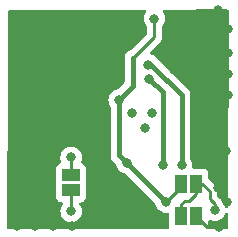
<source format=gbr>
%TF.GenerationSoftware,KiCad,Pcbnew,(6.0.10)*%
%TF.CreationDate,2024-01-30T22:58:59+11:00*%
%TF.ProjectId,DFO,44464f2e-6b69-4636-9164-5f7063625858,rev?*%
%TF.SameCoordinates,Original*%
%TF.FileFunction,Copper,L2,Bot*%
%TF.FilePolarity,Positive*%
%FSLAX46Y46*%
G04 Gerber Fmt 4.6, Leading zero omitted, Abs format (unit mm)*
G04 Created by KiCad (PCBNEW (6.0.10)) date 2024-01-30 22:58:59*
%MOMM*%
%LPD*%
G01*
G04 APERTURE LIST*
%TA.AperFunction,SMDPad,CuDef*%
%ADD10R,1.000000X1.500000*%
%TD*%
%TA.AperFunction,SMDPad,CuDef*%
%ADD11R,1.500000X1.000000*%
%TD*%
%TA.AperFunction,ViaPad*%
%ADD12C,0.800000*%
%TD*%
%TA.AperFunction,Conductor*%
%ADD13C,0.250000*%
%TD*%
%TA.AperFunction,Conductor*%
%ADD14C,0.450000*%
%TD*%
G04 APERTURE END LIST*
D10*
%TO.P,REF\u002A\u002A,1*%
%TO.N,GND*%
X108650000Y-77350000D03*
%TO.P,REF\u002A\u002A,2*%
%TO.N,CLK_OPT*%
X107350000Y-77350000D03*
%TD*%
D11*
%TO.P,REF\u002A\u002A,1*%
%TO.N,CLKOUT*%
X98044001Y-73883998D03*
%TO.P,REF\u002A\u002A,2*%
%TO.N,CLK_OUT_SI5351*%
X98044001Y-75183998D03*
%TD*%
D10*
%TO.P,REF\u002A\u002A,1*%
%TO.N,CLK_OPT*%
X108649997Y-74599996D03*
%TO.P,REF\u002A\u002A,2*%
%TO.N,+3.3V*%
X107349997Y-74599996D03*
%TD*%
D12*
%TO.N,+3.3V*%
X102120000Y-67510000D03*
X106080000Y-76170000D03*
X105100000Y-60650000D03*
X102750000Y-72840000D03*
%TO.N,GND*%
X97790000Y-69596000D03*
X104050000Y-77600000D03*
X108650000Y-71440000D03*
X104900000Y-68600000D03*
X108760000Y-62950000D03*
X102050000Y-65400000D03*
X93450000Y-78200000D03*
X99880000Y-71520000D03*
X104280000Y-69860000D03*
X96500000Y-78200000D03*
X100200000Y-60500000D03*
X111350000Y-61500000D03*
X110450000Y-59900000D03*
X111200000Y-71850000D03*
X106790000Y-64950000D03*
X100550000Y-77600000D03*
X111350000Y-65350000D03*
X111350000Y-67100000D03*
X111350000Y-63550000D03*
X98100000Y-78200000D03*
X103200000Y-68600000D03*
X95000000Y-78200000D03*
X110550000Y-78250000D03*
X98800000Y-60500000D03*
X111252000Y-76200000D03*
X102362000Y-74560000D03*
X110500000Y-74950000D03*
X97790000Y-71120000D03*
X97300000Y-60500000D03*
%TO.N,i2c-SCL*%
X107400000Y-73060000D03*
X104580000Y-64550000D03*
%TO.N,i2c-SDA*%
X104620000Y-65720000D03*
X105790000Y-73060000D03*
%TO.N,CLKOUT*%
X98044000Y-72390000D03*
%TO.N,CLK_OPT*%
X110210000Y-76850000D03*
%TO.N,CLK_OUT_SI5351*%
X98044000Y-76962000D03*
%TD*%
D13*
%TO.N,+3.3V*%
X105100000Y-62200000D02*
X105100000Y-60650000D01*
D14*
X102750000Y-72840000D02*
X106080000Y-76170000D01*
X102120000Y-72210000D02*
X102750000Y-72840000D01*
X102120000Y-67510000D02*
X103300000Y-66330000D01*
D13*
X106080000Y-76170000D02*
X107349997Y-74900003D01*
X102110000Y-67500000D02*
X102120000Y-67510000D01*
D14*
X102120000Y-67510000D02*
X102120000Y-72210000D01*
D13*
X107349997Y-74900003D02*
X107349997Y-74599996D01*
D14*
X103300000Y-66330000D02*
X103300000Y-64000000D01*
D13*
X103300000Y-64000000D02*
X105100000Y-62200000D01*
%TO.N,GND*%
X110550000Y-78250000D02*
X109550000Y-78250000D01*
X109550000Y-78250000D02*
X108650000Y-77350000D01*
D14*
%TO.N,i2c-SCL*%
X104840000Y-64550000D02*
X107400000Y-67110000D01*
X107400000Y-67110000D02*
X107400000Y-73060000D01*
X104580000Y-64550000D02*
X104840000Y-64550000D01*
%TO.N,i2c-SDA*%
X105790000Y-66890000D02*
X105790000Y-73060000D01*
X104620000Y-65720000D02*
X105790000Y-66890000D01*
D13*
%TO.N,CLKOUT*%
X98044000Y-72390000D02*
X98044001Y-73883998D01*
%TO.N,CLK_OPT*%
X109149996Y-74599996D02*
X108649997Y-74599996D01*
X110210000Y-76850000D02*
X110210000Y-76360000D01*
X107650000Y-76050000D02*
X107350000Y-76350000D01*
X109800000Y-75250000D02*
X109149996Y-74599996D01*
X108700000Y-74649999D02*
X108649997Y-74599996D01*
X110210000Y-76360000D02*
X109800000Y-75950000D01*
X108050000Y-76050000D02*
X107650000Y-76050000D01*
X108649997Y-74799997D02*
X108649997Y-74599996D01*
X107350000Y-76350000D02*
X107350000Y-77350000D01*
X108649997Y-74599996D02*
X108649997Y-75450003D01*
X108649997Y-75450003D02*
X108050000Y-76050000D01*
X109800000Y-75950000D02*
X109800000Y-75250000D01*
%TO.N,CLK_OUT_SI5351*%
X98044000Y-76962000D02*
X98044001Y-75183998D01*
%TD*%
%TA.AperFunction,Conductor*%
%TO.N,GND*%
G36*
X104350533Y-59905332D02*
G01*
X104397216Y-59958822D01*
X104407569Y-60029059D01*
X104376425Y-60095880D01*
X104360960Y-60113056D01*
X104265473Y-60278444D01*
X104206458Y-60460072D01*
X104186496Y-60650000D01*
X104206458Y-60839928D01*
X104265473Y-61021556D01*
X104360960Y-61186944D01*
X104434137Y-61268215D01*
X104464853Y-61332221D01*
X104466500Y-61352524D01*
X104466500Y-61885405D01*
X104446498Y-61953526D01*
X104429595Y-61974500D01*
X103142779Y-63261316D01*
X103092004Y-63291465D01*
X103091493Y-63291553D01*
X103028679Y-63318281D01*
X102940844Y-63355655D01*
X102940842Y-63355656D01*
X102934107Y-63358522D01*
X102796349Y-63459900D01*
X102685608Y-63590251D01*
X102607824Y-63742582D01*
X102606085Y-63749688D01*
X102606084Y-63749691D01*
X102586772Y-63828613D01*
X102567170Y-63908721D01*
X102566500Y-63919520D01*
X102566500Y-65973983D01*
X102546498Y-66042104D01*
X102529596Y-66063078D01*
X102008568Y-66584107D01*
X101945669Y-66618259D01*
X101837712Y-66641206D01*
X101831682Y-66643891D01*
X101831681Y-66643891D01*
X101669278Y-66716197D01*
X101669276Y-66716198D01*
X101663248Y-66718882D01*
X101657907Y-66722762D01*
X101657906Y-66722763D01*
X101634527Y-66739749D01*
X101508747Y-66831134D01*
X101380960Y-66973056D01*
X101285473Y-67138444D01*
X101226458Y-67320072D01*
X101206496Y-67510000D01*
X101226458Y-67699928D01*
X101285473Y-67881556D01*
X101288776Y-67887278D01*
X101288777Y-67887279D01*
X101369619Y-68027301D01*
X101386500Y-68090301D01*
X101386500Y-72144834D01*
X101385067Y-72163783D01*
X101381957Y-72184227D01*
X101382550Y-72191519D01*
X101382550Y-72191522D01*
X101386085Y-72234979D01*
X101386500Y-72245194D01*
X101386500Y-72252826D01*
X101386922Y-72256445D01*
X101386923Y-72256464D01*
X101389675Y-72280069D01*
X101390107Y-72284435D01*
X101395823Y-72354704D01*
X101398081Y-72361673D01*
X101399184Y-72367193D01*
X101400466Y-72372618D01*
X101401314Y-72379890D01*
X101403811Y-72386769D01*
X101425382Y-72446196D01*
X101426810Y-72450356D01*
X101446280Y-72510458D01*
X101446282Y-72510462D01*
X101448536Y-72517420D01*
X101452330Y-72523672D01*
X101454672Y-72528788D01*
X101457176Y-72533789D01*
X101459673Y-72540667D01*
X101463683Y-72546784D01*
X101463686Y-72546789D01*
X101498347Y-72599654D01*
X101500695Y-72603376D01*
X101537267Y-72663645D01*
X101540979Y-72667848D01*
X101544429Y-72671755D01*
X101544412Y-72671770D01*
X101547346Y-72675080D01*
X101549442Y-72677587D01*
X101553454Y-72683706D01*
X101558766Y-72688738D01*
X101607776Y-72735166D01*
X101610218Y-72737544D01*
X101819488Y-72946814D01*
X101853514Y-73009126D01*
X101855702Y-73022735D01*
X101856458Y-73029928D01*
X101915473Y-73211556D01*
X102010960Y-73376944D01*
X102138747Y-73518866D01*
X102237843Y-73590864D01*
X102254948Y-73603291D01*
X102293248Y-73631118D01*
X102299276Y-73633802D01*
X102299278Y-73633803D01*
X102461681Y-73706109D01*
X102467712Y-73708794D01*
X102575670Y-73731741D01*
X102638567Y-73765893D01*
X105149487Y-76276813D01*
X105183513Y-76339125D01*
X105185702Y-76352736D01*
X105186458Y-76359928D01*
X105245473Y-76541556D01*
X105340960Y-76706944D01*
X105468747Y-76848866D01*
X105623248Y-76961118D01*
X105629276Y-76963802D01*
X105629278Y-76963803D01*
X105639974Y-76968565D01*
X105797712Y-77038794D01*
X105891113Y-77058647D01*
X105978056Y-77077128D01*
X105978061Y-77077128D01*
X105984513Y-77078500D01*
X106175487Y-77078500D01*
X106189300Y-77075564D01*
X106260091Y-77080964D01*
X106316725Y-77123780D01*
X106341220Y-77190417D01*
X106341500Y-77198810D01*
X106341500Y-78148134D01*
X106348255Y-78210316D01*
X106351027Y-78217712D01*
X106351029Y-78217718D01*
X106371021Y-78271046D01*
X106376204Y-78341853D01*
X106342283Y-78404222D01*
X106280027Y-78438351D01*
X106253487Y-78441274D01*
X98471069Y-78468928D01*
X92757574Y-78489231D01*
X92689383Y-78469471D01*
X92642700Y-78415981D01*
X92631128Y-78362713D01*
X92641954Y-75732132D01*
X96785501Y-75732132D01*
X96792256Y-75794314D01*
X96843386Y-75930703D01*
X96930740Y-76047259D01*
X97047296Y-76134613D01*
X97183685Y-76185743D01*
X97191537Y-76186596D01*
X97191541Y-76186597D01*
X97237652Y-76191606D01*
X97245647Y-76192474D01*
X97311209Y-76219716D01*
X97351636Y-76278078D01*
X97354092Y-76349033D01*
X97325677Y-76402047D01*
X97310343Y-76419077D01*
X97304960Y-76425056D01*
X97301659Y-76430774D01*
X97301656Y-76430778D01*
X97234394Y-76547279D01*
X97209473Y-76590444D01*
X97150458Y-76772072D01*
X97149768Y-76778633D01*
X97149768Y-76778635D01*
X97131186Y-76955435D01*
X97130496Y-76962000D01*
X97131186Y-76968565D01*
X97147500Y-77123780D01*
X97150458Y-77151928D01*
X97209473Y-77333556D01*
X97304960Y-77498944D01*
X97432747Y-77640866D01*
X97587248Y-77753118D01*
X97593276Y-77755802D01*
X97593278Y-77755803D01*
X97599336Y-77758500D01*
X97761712Y-77830794D01*
X97855112Y-77850647D01*
X97942056Y-77869128D01*
X97942061Y-77869128D01*
X97948513Y-77870500D01*
X98139487Y-77870500D01*
X98145939Y-77869128D01*
X98145944Y-77869128D01*
X98232888Y-77850647D01*
X98326288Y-77830794D01*
X98488664Y-77758500D01*
X98494722Y-77755803D01*
X98494724Y-77755802D01*
X98500752Y-77753118D01*
X98655253Y-77640866D01*
X98783040Y-77498944D01*
X98878527Y-77333556D01*
X98937542Y-77151928D01*
X98940501Y-77123780D01*
X98956814Y-76968565D01*
X98957504Y-76962000D01*
X98956814Y-76955435D01*
X98938232Y-76778635D01*
X98938232Y-76778633D01*
X98937542Y-76772072D01*
X98878527Y-76590444D01*
X98783040Y-76425056D01*
X98762323Y-76402047D01*
X98731606Y-76338042D01*
X98740369Y-76267589D01*
X98785831Y-76213057D01*
X98842350Y-76192475D01*
X98871274Y-76189333D01*
X98904317Y-76185743D01*
X99040706Y-76134613D01*
X99157262Y-76047259D01*
X99244616Y-75930703D01*
X99295746Y-75794314D01*
X99302501Y-75732132D01*
X99302501Y-74635864D01*
X99295746Y-74573682D01*
X99292972Y-74566283D01*
X99292226Y-74563144D01*
X99292226Y-74504852D01*
X99292972Y-74501713D01*
X99295746Y-74494314D01*
X99302501Y-74432132D01*
X99302501Y-73335864D01*
X99295746Y-73273682D01*
X99244616Y-73137293D01*
X99157262Y-73020737D01*
X99040706Y-72933383D01*
X99026223Y-72927953D01*
X98959212Y-72902832D01*
X98902448Y-72860190D01*
X98877748Y-72793629D01*
X98883609Y-72745914D01*
X98937542Y-72579928D01*
X98941669Y-72540667D01*
X98956814Y-72396565D01*
X98957504Y-72390000D01*
X98942703Y-72249175D01*
X98938232Y-72206635D01*
X98938232Y-72206633D01*
X98937542Y-72200072D01*
X98878527Y-72018444D01*
X98783040Y-71853056D01*
X98655253Y-71711134D01*
X98500752Y-71598882D01*
X98494724Y-71596198D01*
X98494722Y-71596197D01*
X98332319Y-71523891D01*
X98332318Y-71523891D01*
X98326288Y-71521206D01*
X98232887Y-71501353D01*
X98145944Y-71482872D01*
X98145939Y-71482872D01*
X98139487Y-71481500D01*
X97948513Y-71481500D01*
X97942061Y-71482872D01*
X97942056Y-71482872D01*
X97855113Y-71501353D01*
X97761712Y-71521206D01*
X97755682Y-71523891D01*
X97755681Y-71523891D01*
X97593278Y-71596197D01*
X97593276Y-71596198D01*
X97587248Y-71598882D01*
X97432747Y-71711134D01*
X97304960Y-71853056D01*
X97209473Y-72018444D01*
X97150458Y-72200072D01*
X97149768Y-72206633D01*
X97149768Y-72206635D01*
X97145297Y-72249175D01*
X97130496Y-72390000D01*
X97131186Y-72396565D01*
X97146332Y-72540667D01*
X97150458Y-72579928D01*
X97204391Y-72745913D01*
X97204391Y-72745914D01*
X97206419Y-72816882D01*
X97169756Y-72877680D01*
X97128787Y-72902833D01*
X97055706Y-72930230D01*
X97055705Y-72930231D01*
X97047296Y-72933383D01*
X96930740Y-73020737D01*
X96843386Y-73137293D01*
X96792256Y-73273682D01*
X96785501Y-73335864D01*
X96785501Y-74432132D01*
X96792256Y-74494314D01*
X96795030Y-74501713D01*
X96795776Y-74504852D01*
X96795776Y-74563144D01*
X96795030Y-74566283D01*
X96792256Y-74573682D01*
X96785501Y-74635864D01*
X96785501Y-75732132D01*
X92641954Y-75732132D01*
X92673583Y-68046944D01*
X92706487Y-60051739D01*
X92726769Y-59983703D01*
X92780616Y-59937431D01*
X92832038Y-59926260D01*
X104282341Y-59885572D01*
X104350533Y-59905332D01*
G37*
%TD.AperFunction*%
%TA.AperFunction,Conductor*%
G36*
X111247728Y-77061940D02*
G01*
X111300034Y-77109946D01*
X111318133Y-77175530D01*
X111317944Y-77221556D01*
X111313908Y-78202351D01*
X111313513Y-78298259D01*
X111293231Y-78366297D01*
X111239384Y-78412569D01*
X111187962Y-78423740D01*
X110742495Y-78425323D01*
X109751532Y-78428844D01*
X109683342Y-78409085D01*
X109636659Y-78355595D01*
X109626306Y-78285358D01*
X109633104Y-78258616D01*
X109648478Y-78217606D01*
X109652105Y-78202351D01*
X109657631Y-78151486D01*
X109658000Y-78144672D01*
X109658000Y-77792734D01*
X109678002Y-77724613D01*
X109731658Y-77678120D01*
X109801932Y-77668016D01*
X109835249Y-77677627D01*
X109927712Y-77718794D01*
X110021113Y-77738647D01*
X110108056Y-77757128D01*
X110108061Y-77757128D01*
X110114513Y-77758500D01*
X110305487Y-77758500D01*
X110311939Y-77757128D01*
X110311944Y-77757128D01*
X110398887Y-77738647D01*
X110492288Y-77718794D01*
X110583644Y-77678120D01*
X110660722Y-77643803D01*
X110660724Y-77643802D01*
X110666752Y-77641118D01*
X110673859Y-77635955D01*
X110722157Y-77600864D01*
X110821253Y-77528866D01*
X110949040Y-77386944D01*
X111044527Y-77221556D01*
X111072302Y-77136075D01*
X111112374Y-77077470D01*
X111177771Y-77049833D01*
X111247728Y-77061940D01*
G37*
%TD.AperFunction*%
%TA.AperFunction,Conductor*%
G36*
X111330617Y-59880529D02*
G01*
X111377300Y-59934019D01*
X111388872Y-59987287D01*
X111320775Y-76533637D01*
X111300493Y-76601674D01*
X111246646Y-76647946D01*
X111176331Y-76657761D01*
X111111872Y-76628002D01*
X111074943Y-76572054D01*
X111066893Y-76547279D01*
X111044527Y-76478444D01*
X110949040Y-76313056D01*
X110944345Y-76307841D01*
X110831071Y-76182038D01*
X110803710Y-76132880D01*
X110798230Y-76114019D01*
X110796019Y-76106407D01*
X110785705Y-76088966D01*
X110777008Y-76071213D01*
X110772472Y-76059758D01*
X110769552Y-76052383D01*
X110743563Y-76016612D01*
X110737047Y-76006692D01*
X110727090Y-75989856D01*
X110714542Y-75968638D01*
X110708938Y-75963033D01*
X110700220Y-75954315D01*
X110687379Y-75939281D01*
X110680131Y-75929305D01*
X110680130Y-75929304D01*
X110675472Y-75922893D01*
X110641406Y-75894711D01*
X110632628Y-75886722D01*
X110470405Y-75724499D01*
X110436379Y-75662187D01*
X110433500Y-75635404D01*
X110433500Y-75328763D01*
X110434027Y-75317579D01*
X110435701Y-75310091D01*
X110433562Y-75242032D01*
X110433500Y-75238075D01*
X110433500Y-75210144D01*
X110432994Y-75206138D01*
X110432061Y-75194292D01*
X110430922Y-75158037D01*
X110430673Y-75150110D01*
X110425022Y-75130658D01*
X110421014Y-75111306D01*
X110419468Y-75099068D01*
X110419467Y-75099066D01*
X110418474Y-75091203D01*
X110402194Y-75050086D01*
X110398359Y-75038885D01*
X110386018Y-74996406D01*
X110381985Y-74989587D01*
X110381983Y-74989582D01*
X110375707Y-74978971D01*
X110367010Y-74961221D01*
X110359552Y-74942383D01*
X110333571Y-74906623D01*
X110327053Y-74896701D01*
X110308578Y-74865460D01*
X110308574Y-74865455D01*
X110304542Y-74858637D01*
X110290218Y-74844313D01*
X110277376Y-74829278D01*
X110265472Y-74812893D01*
X110231406Y-74784711D01*
X110222627Y-74776722D01*
X109695402Y-74249497D01*
X109661376Y-74187185D01*
X109658497Y-74160402D01*
X109658497Y-73801862D01*
X109651742Y-73739680D01*
X109600612Y-73603291D01*
X109513258Y-73486735D01*
X109396702Y-73399381D01*
X109260313Y-73348251D01*
X109198131Y-73341496D01*
X108423855Y-73341496D01*
X108355734Y-73321494D01*
X108309241Y-73267838D01*
X108298545Y-73202325D01*
X108304497Y-73145701D01*
X108313504Y-73060000D01*
X108293542Y-72870072D01*
X108234527Y-72688444D01*
X108150381Y-72542699D01*
X108133500Y-72479699D01*
X108133500Y-67175174D01*
X108134933Y-67156223D01*
X108136944Y-67143007D01*
X108136944Y-67143004D01*
X108138044Y-67135774D01*
X108133915Y-67085013D01*
X108133500Y-67074798D01*
X108133500Y-67067174D01*
X108130324Y-67039934D01*
X108129895Y-67035594D01*
X108124771Y-66972593D01*
X108124770Y-66972589D01*
X108124177Y-66965296D01*
X108121921Y-66958332D01*
X108120819Y-66952817D01*
X108119533Y-66947378D01*
X108118686Y-66940110D01*
X108116189Y-66933232D01*
X108116188Y-66933226D01*
X108094618Y-66873803D01*
X108093208Y-66869700D01*
X108071465Y-66802580D01*
X108067665Y-66796317D01*
X108065322Y-66791201D01*
X108062824Y-66786212D01*
X108060327Y-66779333D01*
X108021661Y-66720357D01*
X108019315Y-66716639D01*
X107985647Y-66661157D01*
X107982733Y-66656355D01*
X107975571Y-66648245D01*
X107975588Y-66648230D01*
X107972655Y-66644921D01*
X107970558Y-66642413D01*
X107966546Y-66636294D01*
X107912242Y-66584851D01*
X107909800Y-66582474D01*
X105404748Y-64077423D01*
X105392361Y-64063010D01*
X105384441Y-64052248D01*
X105380100Y-64046349D01*
X105341280Y-64013369D01*
X105333764Y-64006439D01*
X105328380Y-64001055D01*
X105325519Y-63998792D01*
X105325514Y-63998787D01*
X105306909Y-63984068D01*
X105303508Y-63981279D01*
X105254281Y-63939458D01*
X105242228Y-63927748D01*
X105191253Y-63871134D01*
X105036752Y-63758882D01*
X105030724Y-63756198D01*
X105030722Y-63756197D01*
X104868319Y-63683891D01*
X104868318Y-63683891D01*
X104862288Y-63681206D01*
X104855833Y-63679834D01*
X104855824Y-63679831D01*
X104802620Y-63668522D01*
X104740147Y-63634794D01*
X104705826Y-63572644D01*
X104710554Y-63501805D01*
X104739723Y-63456181D01*
X105492247Y-62703657D01*
X105500537Y-62696113D01*
X105507018Y-62692000D01*
X105553659Y-62642332D01*
X105556413Y-62639491D01*
X105576134Y-62619770D01*
X105578612Y-62616575D01*
X105586318Y-62607553D01*
X105611158Y-62581101D01*
X105616586Y-62575321D01*
X105626346Y-62557568D01*
X105637199Y-62541045D01*
X105644753Y-62531306D01*
X105649613Y-62525041D01*
X105667176Y-62484457D01*
X105672383Y-62473827D01*
X105693695Y-62435060D01*
X105695666Y-62427383D01*
X105695668Y-62427378D01*
X105698732Y-62415442D01*
X105705138Y-62396730D01*
X105710034Y-62385417D01*
X105713181Y-62378145D01*
X105720097Y-62334481D01*
X105722504Y-62322860D01*
X105731528Y-62287711D01*
X105731528Y-62287710D01*
X105733500Y-62280030D01*
X105733500Y-62259769D01*
X105735051Y-62240058D01*
X105736979Y-62227885D01*
X105738219Y-62220057D01*
X105734059Y-62176046D01*
X105733500Y-62164189D01*
X105733500Y-61352524D01*
X105753502Y-61284403D01*
X105765858Y-61268221D01*
X105839040Y-61186944D01*
X105934527Y-61021556D01*
X105993542Y-60839928D01*
X106013504Y-60650000D01*
X105993542Y-60460072D01*
X105934527Y-60278444D01*
X105839040Y-60113056D01*
X105818362Y-60090091D01*
X105787646Y-60026085D01*
X105796409Y-59955632D01*
X105841872Y-59901100D01*
X105911551Y-59879783D01*
X111262426Y-59860769D01*
X111330617Y-59880529D01*
G37*
%TD.AperFunction*%
%TD*%
M02*

</source>
